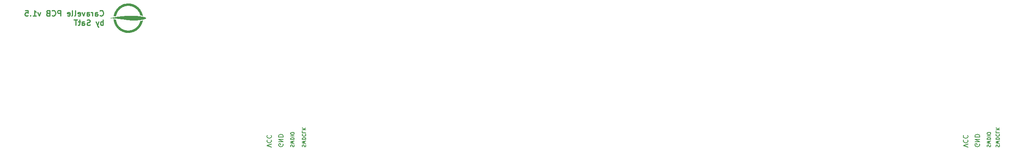
<source format=gbo>
G04 #@! TF.GenerationSoftware,KiCad,Pcbnew,(5.1.4)-1*
G04 #@! TF.CreationDate,2019-08-26T21:43:53+09:00*
G04 #@! TF.ProjectId,caravelle,63617261-7665-46c6-9c65-2e6b69636164,rev?*
G04 #@! TF.SameCoordinates,PX2faf080PY2faf080*
G04 #@! TF.FileFunction,Legend,Bot*
G04 #@! TF.FilePolarity,Positive*
%FSLAX46Y46*%
G04 Gerber Fmt 4.6, Leading zero omitted, Abs format (unit mm)*
G04 Created by KiCad (PCBNEW (5.1.4)-1) date 2019-08-26 21:43:53*
%MOMM*%
%LPD*%
G04 APERTURE LIST*
%ADD10C,0.250000*%
%ADD11C,0.150000*%
%ADD12C,0.010000*%
%ADD13O,2.150000X1.600000*%
%ADD14C,0.100000*%
%ADD15C,1.600000*%
%ADD16C,1.187400*%
%ADD17R,2.100000X2.100000*%
%ADD18O,2.100000X2.100000*%
%ADD19C,2.100000*%
%ADD20C,2.150000*%
%ADD21C,2.650000*%
%ADD22C,4.387800*%
G04 APERTURE END LIST*
D10*
X22166071Y-26003571D02*
X22223214Y-26060714D01*
X22394642Y-26117857D01*
X22508928Y-26117857D01*
X22680357Y-26060714D01*
X22794642Y-25946428D01*
X22851785Y-25832142D01*
X22908928Y-25603571D01*
X22908928Y-25432142D01*
X22851785Y-25203571D01*
X22794642Y-25089285D01*
X22680357Y-24975000D01*
X22508928Y-24917857D01*
X22394642Y-24917857D01*
X22223214Y-24975000D01*
X22166071Y-25032142D01*
X21137500Y-26117857D02*
X21137500Y-25489285D01*
X21194642Y-25375000D01*
X21308928Y-25317857D01*
X21537500Y-25317857D01*
X21651785Y-25375000D01*
X21137500Y-26060714D02*
X21251785Y-26117857D01*
X21537500Y-26117857D01*
X21651785Y-26060714D01*
X21708928Y-25946428D01*
X21708928Y-25832142D01*
X21651785Y-25717857D01*
X21537500Y-25660714D01*
X21251785Y-25660714D01*
X21137500Y-25603571D01*
X20566071Y-26117857D02*
X20566071Y-25317857D01*
X20566071Y-25546428D02*
X20508928Y-25432142D01*
X20451785Y-25375000D01*
X20337500Y-25317857D01*
X20223214Y-25317857D01*
X19308928Y-26117857D02*
X19308928Y-25489285D01*
X19366071Y-25375000D01*
X19480357Y-25317857D01*
X19708928Y-25317857D01*
X19823214Y-25375000D01*
X19308928Y-26060714D02*
X19423214Y-26117857D01*
X19708928Y-26117857D01*
X19823214Y-26060714D01*
X19880357Y-25946428D01*
X19880357Y-25832142D01*
X19823214Y-25717857D01*
X19708928Y-25660714D01*
X19423214Y-25660714D01*
X19308928Y-25603571D01*
X18851785Y-25317857D02*
X18566071Y-26117857D01*
X18280357Y-25317857D01*
X17366071Y-26060714D02*
X17480357Y-26117857D01*
X17708928Y-26117857D01*
X17823214Y-26060714D01*
X17880357Y-25946428D01*
X17880357Y-25489285D01*
X17823214Y-25375000D01*
X17708928Y-25317857D01*
X17480357Y-25317857D01*
X17366071Y-25375000D01*
X17308928Y-25489285D01*
X17308928Y-25603571D01*
X17880357Y-25717857D01*
X16623214Y-26117857D02*
X16737500Y-26060714D01*
X16794642Y-25946428D01*
X16794642Y-24917857D01*
X15994642Y-26117857D02*
X16108928Y-26060714D01*
X16166071Y-25946428D01*
X16166071Y-24917857D01*
X15080357Y-26060714D02*
X15194642Y-26117857D01*
X15423214Y-26117857D01*
X15537500Y-26060714D01*
X15594642Y-25946428D01*
X15594642Y-25489285D01*
X15537500Y-25375000D01*
X15423214Y-25317857D01*
X15194642Y-25317857D01*
X15080357Y-25375000D01*
X15023214Y-25489285D01*
X15023214Y-25603571D01*
X15594642Y-25717857D01*
X13594642Y-26117857D02*
X13594642Y-24917857D01*
X13137500Y-24917857D01*
X13023214Y-24975000D01*
X12966071Y-25032142D01*
X12908928Y-25146428D01*
X12908928Y-25317857D01*
X12966071Y-25432142D01*
X13023214Y-25489285D01*
X13137500Y-25546428D01*
X13594642Y-25546428D01*
X11708928Y-26003571D02*
X11766071Y-26060714D01*
X11937500Y-26117857D01*
X12051785Y-26117857D01*
X12223214Y-26060714D01*
X12337500Y-25946428D01*
X12394642Y-25832142D01*
X12451785Y-25603571D01*
X12451785Y-25432142D01*
X12394642Y-25203571D01*
X12337500Y-25089285D01*
X12223214Y-24975000D01*
X12051785Y-24917857D01*
X11937500Y-24917857D01*
X11766071Y-24975000D01*
X11708928Y-25032142D01*
X10794642Y-25489285D02*
X10623214Y-25546428D01*
X10566071Y-25603571D01*
X10508928Y-25717857D01*
X10508928Y-25889285D01*
X10566071Y-26003571D01*
X10623214Y-26060714D01*
X10737500Y-26117857D01*
X11194642Y-26117857D01*
X11194642Y-24917857D01*
X10794642Y-24917857D01*
X10680357Y-24975000D01*
X10623214Y-25032142D01*
X10566071Y-25146428D01*
X10566071Y-25260714D01*
X10623214Y-25375000D01*
X10680357Y-25432142D01*
X10794642Y-25489285D01*
X11194642Y-25489285D01*
X9194642Y-25317857D02*
X8908928Y-26117857D01*
X8623214Y-25317857D01*
X7537500Y-26117857D02*
X8223214Y-26117857D01*
X7880357Y-26117857D02*
X7880357Y-24917857D01*
X7994642Y-25089285D01*
X8108928Y-25203571D01*
X8223214Y-25260714D01*
X7023214Y-26003571D02*
X6966071Y-26060714D01*
X7023214Y-26117857D01*
X7080357Y-26060714D01*
X7023214Y-26003571D01*
X7023214Y-26117857D01*
X5880357Y-24917857D02*
X6451785Y-24917857D01*
X6508928Y-25489285D01*
X6451785Y-25432142D01*
X6337500Y-25375000D01*
X6051785Y-25375000D01*
X5937500Y-25432142D01*
X5880357Y-25489285D01*
X5823214Y-25603571D01*
X5823214Y-25889285D01*
X5880357Y-26003571D01*
X5937500Y-26060714D01*
X6051785Y-26117857D01*
X6337500Y-26117857D01*
X6451785Y-26060714D01*
X6508928Y-26003571D01*
X22851785Y-28167857D02*
X22851785Y-26967857D01*
X22851785Y-27425000D02*
X22737500Y-27367857D01*
X22508928Y-27367857D01*
X22394642Y-27425000D01*
X22337500Y-27482142D01*
X22280357Y-27596428D01*
X22280357Y-27939285D01*
X22337500Y-28053571D01*
X22394642Y-28110714D01*
X22508928Y-28167857D01*
X22737500Y-28167857D01*
X22851785Y-28110714D01*
X21880357Y-27367857D02*
X21594642Y-28167857D01*
X21308928Y-27367857D02*
X21594642Y-28167857D01*
X21708928Y-28453571D01*
X21766071Y-28510714D01*
X21880357Y-28567857D01*
X19994642Y-28110714D02*
X19823214Y-28167857D01*
X19537500Y-28167857D01*
X19423214Y-28110714D01*
X19366071Y-28053571D01*
X19308928Y-27939285D01*
X19308928Y-27825000D01*
X19366071Y-27710714D01*
X19423214Y-27653571D01*
X19537500Y-27596428D01*
X19766071Y-27539285D01*
X19880357Y-27482142D01*
X19937500Y-27425000D01*
X19994642Y-27310714D01*
X19994642Y-27196428D01*
X19937500Y-27082142D01*
X19880357Y-27025000D01*
X19766071Y-26967857D01*
X19480357Y-26967857D01*
X19308928Y-27025000D01*
X18280357Y-28167857D02*
X18280357Y-27539285D01*
X18337500Y-27425000D01*
X18451785Y-27367857D01*
X18680357Y-27367857D01*
X18794642Y-27425000D01*
X18280357Y-28110714D02*
X18394642Y-28167857D01*
X18680357Y-28167857D01*
X18794642Y-28110714D01*
X18851785Y-27996428D01*
X18851785Y-27882142D01*
X18794642Y-27767857D01*
X18680357Y-27710714D01*
X18394642Y-27710714D01*
X18280357Y-27653571D01*
X17880357Y-27367857D02*
X17423214Y-27367857D01*
X17708928Y-26967857D02*
X17708928Y-27996428D01*
X17651785Y-28110714D01*
X17537500Y-28167857D01*
X17423214Y-28167857D01*
X17194642Y-26967857D02*
X16508928Y-26967857D01*
X16851785Y-28167857D02*
X16851785Y-26967857D01*
D11*
X217496428Y-54759642D02*
X217460714Y-54652500D01*
X217460714Y-54473928D01*
X217496428Y-54402500D01*
X217532142Y-54366785D01*
X217603571Y-54331071D01*
X217675000Y-54331071D01*
X217746428Y-54366785D01*
X217782142Y-54402500D01*
X217817857Y-54473928D01*
X217853571Y-54616785D01*
X217889285Y-54688214D01*
X217925000Y-54723928D01*
X217996428Y-54759642D01*
X218067857Y-54759642D01*
X218139285Y-54723928D01*
X218175000Y-54688214D01*
X218210714Y-54616785D01*
X218210714Y-54438214D01*
X218175000Y-54331071D01*
X218210714Y-54081071D02*
X217460714Y-53902500D01*
X217996428Y-53759642D01*
X217460714Y-53616785D01*
X218210714Y-53438214D01*
X217460714Y-53152500D02*
X218210714Y-53152500D01*
X218210714Y-52973928D01*
X218175000Y-52866785D01*
X218103571Y-52795357D01*
X218032142Y-52759642D01*
X217889285Y-52723928D01*
X217782142Y-52723928D01*
X217639285Y-52759642D01*
X217567857Y-52795357D01*
X217496428Y-52866785D01*
X217460714Y-52973928D01*
X217460714Y-53152500D01*
X217532142Y-51973928D02*
X217496428Y-52009642D01*
X217460714Y-52116785D01*
X217460714Y-52188214D01*
X217496428Y-52295357D01*
X217567857Y-52366785D01*
X217639285Y-52402500D01*
X217782142Y-52438214D01*
X217889285Y-52438214D01*
X218032142Y-52402500D01*
X218103571Y-52366785D01*
X218175000Y-52295357D01*
X218210714Y-52188214D01*
X218210714Y-52116785D01*
X218175000Y-52009642D01*
X218139285Y-51973928D01*
X217460714Y-51295357D02*
X217460714Y-51652500D01*
X218210714Y-51652500D01*
X217460714Y-51045357D02*
X218210714Y-51045357D01*
X217460714Y-50616785D02*
X217889285Y-50938214D01*
X218210714Y-50616785D02*
X217782142Y-51045357D01*
X215576428Y-54759642D02*
X215540714Y-54652500D01*
X215540714Y-54473928D01*
X215576428Y-54402500D01*
X215612142Y-54366785D01*
X215683571Y-54331071D01*
X215755000Y-54331071D01*
X215826428Y-54366785D01*
X215862142Y-54402500D01*
X215897857Y-54473928D01*
X215933571Y-54616785D01*
X215969285Y-54688214D01*
X216005000Y-54723928D01*
X216076428Y-54759642D01*
X216147857Y-54759642D01*
X216219285Y-54723928D01*
X216255000Y-54688214D01*
X216290714Y-54616785D01*
X216290714Y-54438214D01*
X216255000Y-54331071D01*
X216290714Y-54081071D02*
X215540714Y-53902500D01*
X216076428Y-53759642D01*
X215540714Y-53616785D01*
X216290714Y-53438214D01*
X215540714Y-53152500D02*
X216290714Y-53152500D01*
X216290714Y-52973928D01*
X216255000Y-52866785D01*
X216183571Y-52795357D01*
X216112142Y-52759642D01*
X215969285Y-52723928D01*
X215862142Y-52723928D01*
X215719285Y-52759642D01*
X215647857Y-52795357D01*
X215576428Y-52866785D01*
X215540714Y-52973928D01*
X215540714Y-53152500D01*
X215540714Y-52402500D02*
X216290714Y-52402500D01*
X216290714Y-51902500D02*
X216290714Y-51759642D01*
X216255000Y-51688214D01*
X216183571Y-51616785D01*
X216040714Y-51581071D01*
X215790714Y-51581071D01*
X215647857Y-51616785D01*
X215576428Y-51688214D01*
X215540714Y-51759642D01*
X215540714Y-51902500D01*
X215576428Y-51973928D01*
X215647857Y-52045357D01*
X215790714Y-52081071D01*
X216040714Y-52081071D01*
X216183571Y-52045357D01*
X216255000Y-51973928D01*
X216290714Y-51902500D01*
X213840000Y-54140595D02*
X213887619Y-54235833D01*
X213887619Y-54378690D01*
X213840000Y-54521547D01*
X213744761Y-54616785D01*
X213649523Y-54664404D01*
X213459047Y-54712023D01*
X213316190Y-54712023D01*
X213125714Y-54664404D01*
X213030476Y-54616785D01*
X212935238Y-54521547D01*
X212887619Y-54378690D01*
X212887619Y-54283452D01*
X212935238Y-54140595D01*
X212982857Y-54092976D01*
X213316190Y-54092976D01*
X213316190Y-54283452D01*
X212887619Y-53664404D02*
X213887619Y-53664404D01*
X212887619Y-53092976D01*
X213887619Y-53092976D01*
X212887619Y-52616785D02*
X213887619Y-52616785D01*
X213887619Y-52378690D01*
X213840000Y-52235833D01*
X213744761Y-52140595D01*
X213649523Y-52092976D01*
X213459047Y-52045357D01*
X213316190Y-52045357D01*
X213125714Y-52092976D01*
X213030476Y-52140595D01*
X212935238Y-52235833D01*
X212887619Y-52378690D01*
X212887619Y-52616785D01*
X211347619Y-54807261D02*
X210347619Y-54473928D01*
X211347619Y-54140595D01*
X210442857Y-53235833D02*
X210395238Y-53283452D01*
X210347619Y-53426309D01*
X210347619Y-53521547D01*
X210395238Y-53664404D01*
X210490476Y-53759642D01*
X210585714Y-53807261D01*
X210776190Y-53854880D01*
X210919047Y-53854880D01*
X211109523Y-53807261D01*
X211204761Y-53759642D01*
X211300000Y-53664404D01*
X211347619Y-53521547D01*
X211347619Y-53426309D01*
X211300000Y-53283452D01*
X211252380Y-53235833D01*
X210442857Y-52235833D02*
X210395238Y-52283452D01*
X210347619Y-52426309D01*
X210347619Y-52521547D01*
X210395238Y-52664404D01*
X210490476Y-52759642D01*
X210585714Y-52807261D01*
X210776190Y-52854880D01*
X210919047Y-52854880D01*
X211109523Y-52807261D01*
X211204761Y-52759642D01*
X211300000Y-52664404D01*
X211347619Y-52521547D01*
X211347619Y-52426309D01*
X211300000Y-52283452D01*
X211252380Y-52235833D01*
X66316428Y-54759642D02*
X66280714Y-54652500D01*
X66280714Y-54473928D01*
X66316428Y-54402500D01*
X66352142Y-54366785D01*
X66423571Y-54331071D01*
X66495000Y-54331071D01*
X66566428Y-54366785D01*
X66602142Y-54402500D01*
X66637857Y-54473928D01*
X66673571Y-54616785D01*
X66709285Y-54688214D01*
X66745000Y-54723928D01*
X66816428Y-54759642D01*
X66887857Y-54759642D01*
X66959285Y-54723928D01*
X66995000Y-54688214D01*
X67030714Y-54616785D01*
X67030714Y-54438214D01*
X66995000Y-54331071D01*
X67030714Y-54081071D02*
X66280714Y-53902500D01*
X66816428Y-53759642D01*
X66280714Y-53616785D01*
X67030714Y-53438214D01*
X66280714Y-53152500D02*
X67030714Y-53152500D01*
X67030714Y-52973928D01*
X66995000Y-52866785D01*
X66923571Y-52795357D01*
X66852142Y-52759642D01*
X66709285Y-52723928D01*
X66602142Y-52723928D01*
X66459285Y-52759642D01*
X66387857Y-52795357D01*
X66316428Y-52866785D01*
X66280714Y-52973928D01*
X66280714Y-53152500D01*
X66352142Y-51973928D02*
X66316428Y-52009642D01*
X66280714Y-52116785D01*
X66280714Y-52188214D01*
X66316428Y-52295357D01*
X66387857Y-52366785D01*
X66459285Y-52402500D01*
X66602142Y-52438214D01*
X66709285Y-52438214D01*
X66852142Y-52402500D01*
X66923571Y-52366785D01*
X66995000Y-52295357D01*
X67030714Y-52188214D01*
X67030714Y-52116785D01*
X66995000Y-52009642D01*
X66959285Y-51973928D01*
X66280714Y-51295357D02*
X66280714Y-51652500D01*
X67030714Y-51652500D01*
X66280714Y-51045357D02*
X67030714Y-51045357D01*
X66280714Y-50616785D02*
X66709285Y-50938214D01*
X67030714Y-50616785D02*
X66602142Y-51045357D01*
X63776428Y-54759642D02*
X63740714Y-54652500D01*
X63740714Y-54473928D01*
X63776428Y-54402500D01*
X63812142Y-54366785D01*
X63883571Y-54331071D01*
X63955000Y-54331071D01*
X64026428Y-54366785D01*
X64062142Y-54402500D01*
X64097857Y-54473928D01*
X64133571Y-54616785D01*
X64169285Y-54688214D01*
X64205000Y-54723928D01*
X64276428Y-54759642D01*
X64347857Y-54759642D01*
X64419285Y-54723928D01*
X64455000Y-54688214D01*
X64490714Y-54616785D01*
X64490714Y-54438214D01*
X64455000Y-54331071D01*
X64490714Y-54081071D02*
X63740714Y-53902500D01*
X64276428Y-53759642D01*
X63740714Y-53616785D01*
X64490714Y-53438214D01*
X63740714Y-53152500D02*
X64490714Y-53152500D01*
X64490714Y-52973928D01*
X64455000Y-52866785D01*
X64383571Y-52795357D01*
X64312142Y-52759642D01*
X64169285Y-52723928D01*
X64062142Y-52723928D01*
X63919285Y-52759642D01*
X63847857Y-52795357D01*
X63776428Y-52866785D01*
X63740714Y-52973928D01*
X63740714Y-53152500D01*
X63740714Y-52402500D02*
X64490714Y-52402500D01*
X64490714Y-51902500D02*
X64490714Y-51759642D01*
X64455000Y-51688214D01*
X64383571Y-51616785D01*
X64240714Y-51581071D01*
X63990714Y-51581071D01*
X63847857Y-51616785D01*
X63776428Y-51688214D01*
X63740714Y-51759642D01*
X63740714Y-51902500D01*
X63776428Y-51973928D01*
X63847857Y-52045357D01*
X63990714Y-52081071D01*
X64240714Y-52081071D01*
X64383571Y-52045357D01*
X64455000Y-51973928D01*
X64490714Y-51902500D01*
X62040000Y-54140595D02*
X62087619Y-54235833D01*
X62087619Y-54378690D01*
X62040000Y-54521547D01*
X61944761Y-54616785D01*
X61849523Y-54664404D01*
X61659047Y-54712023D01*
X61516190Y-54712023D01*
X61325714Y-54664404D01*
X61230476Y-54616785D01*
X61135238Y-54521547D01*
X61087619Y-54378690D01*
X61087619Y-54283452D01*
X61135238Y-54140595D01*
X61182857Y-54092976D01*
X61516190Y-54092976D01*
X61516190Y-54283452D01*
X61087619Y-53664404D02*
X62087619Y-53664404D01*
X61087619Y-53092976D01*
X62087619Y-53092976D01*
X61087619Y-52616785D02*
X62087619Y-52616785D01*
X62087619Y-52378690D01*
X62040000Y-52235833D01*
X61944761Y-52140595D01*
X61849523Y-52092976D01*
X61659047Y-52045357D01*
X61516190Y-52045357D01*
X61325714Y-52092976D01*
X61230476Y-52140595D01*
X61135238Y-52235833D01*
X61087619Y-52378690D01*
X61087619Y-52616785D01*
X59547619Y-54807261D02*
X58547619Y-54473928D01*
X59547619Y-54140595D01*
X58642857Y-53235833D02*
X58595238Y-53283452D01*
X58547619Y-53426309D01*
X58547619Y-53521547D01*
X58595238Y-53664404D01*
X58690476Y-53759642D01*
X58785714Y-53807261D01*
X58976190Y-53854880D01*
X59119047Y-53854880D01*
X59309523Y-53807261D01*
X59404761Y-53759642D01*
X59500000Y-53664404D01*
X59547619Y-53521547D01*
X59547619Y-53426309D01*
X59500000Y-53283452D01*
X59452380Y-53235833D01*
X58642857Y-52235833D02*
X58595238Y-52283452D01*
X58547619Y-52426309D01*
X58547619Y-52521547D01*
X58595238Y-52664404D01*
X58690476Y-52759642D01*
X58785714Y-52807261D01*
X58976190Y-52854880D01*
X59119047Y-52854880D01*
X59309523Y-52807261D01*
X59404761Y-52759642D01*
X59500000Y-52664404D01*
X59547619Y-52521547D01*
X59547619Y-52426309D01*
X59500000Y-52283452D01*
X59452380Y-52235833D01*
D12*
G36*
X27704335Y-23472714D02*
G01*
X27389143Y-23532492D01*
X27082703Y-23659356D01*
X26987134Y-23699087D01*
X26910585Y-23731744D01*
X26847567Y-23760309D01*
X26792586Y-23787763D01*
X26740150Y-23817087D01*
X26684769Y-23851261D01*
X26620951Y-23893267D01*
X26543202Y-23946085D01*
X26500321Y-23975469D01*
X26413877Y-24034973D01*
X26344747Y-24083580D01*
X26288118Y-24125399D01*
X26239176Y-24164539D01*
X26193107Y-24205110D01*
X26145099Y-24251222D01*
X26090338Y-24306983D01*
X26024010Y-24376505D01*
X25996228Y-24405846D01*
X25924361Y-24482092D01*
X25867025Y-24544208D01*
X25820313Y-24597293D01*
X25780320Y-24646445D01*
X25743138Y-24696763D01*
X25704861Y-24753346D01*
X25661582Y-24821292D01*
X25609395Y-24905700D01*
X25593922Y-24930913D01*
X25540420Y-25018354D01*
X25498057Y-25088887D01*
X25464233Y-25147981D01*
X25436349Y-25201105D01*
X25411807Y-25253729D01*
X25388008Y-25311322D01*
X25362353Y-25379354D01*
X25332243Y-25463295D01*
X25307029Y-25534715D01*
X25274306Y-25629927D01*
X25243443Y-25724135D01*
X25216038Y-25812121D01*
X25193688Y-25888667D01*
X25177990Y-25948554D01*
X25172322Y-25974895D01*
X25161681Y-26032104D01*
X25152023Y-26082151D01*
X25144892Y-26117103D01*
X25143042Y-26125290D01*
X25140972Y-26138357D01*
X25144256Y-26147365D01*
X25156139Y-26152292D01*
X25179864Y-26153115D01*
X25218676Y-26149814D01*
X25275818Y-26142365D01*
X25354534Y-26130748D01*
X25401880Y-26123540D01*
X25469847Y-26112785D01*
X25527791Y-26102923D01*
X25570859Y-26094833D01*
X25594199Y-26089395D01*
X25596901Y-26088191D01*
X25602045Y-26074007D01*
X25613383Y-26038015D01*
X25629739Y-25984107D01*
X25649936Y-25916174D01*
X25672798Y-25838108D01*
X25679658Y-25814474D01*
X25706405Y-25723218D01*
X25729009Y-25650221D01*
X25750141Y-25589005D01*
X25772473Y-25533092D01*
X25798673Y-25476004D01*
X25831413Y-25411263D01*
X25873363Y-25332390D01*
X25894579Y-25293106D01*
X25943308Y-25203971D01*
X25984101Y-25132399D01*
X26021214Y-25072156D01*
X26058904Y-25017009D01*
X26101429Y-24960726D01*
X26153043Y-24897074D01*
X26216995Y-24821011D01*
X26282767Y-24744154D01*
X26337323Y-24682752D01*
X26386188Y-24631533D01*
X26434887Y-24585225D01*
X26488944Y-24538558D01*
X26553884Y-24486258D01*
X26629064Y-24427808D01*
X26709116Y-24366611D01*
X26774784Y-24318208D01*
X26832496Y-24278635D01*
X26888679Y-24243926D01*
X26949758Y-24210116D01*
X27022162Y-24173240D01*
X27112318Y-24129333D01*
X27114688Y-24128191D01*
X27202683Y-24086091D01*
X27273324Y-24053465D01*
X27333232Y-24027954D01*
X27389028Y-24007196D01*
X27447333Y-23988830D01*
X27514767Y-23970495D01*
X27597950Y-23949830D01*
X27650051Y-23937278D01*
X27742282Y-23915310D01*
X27815475Y-23898680D01*
X27876273Y-23886497D01*
X27931317Y-23877869D01*
X27987249Y-23871906D01*
X28050710Y-23867715D01*
X28128342Y-23864405D01*
X28214752Y-23861477D01*
X28502597Y-23852079D01*
X28775746Y-23901718D01*
X28868780Y-23918900D01*
X28943241Y-23933752D01*
X29005814Y-23948229D01*
X29063182Y-23964287D01*
X29122030Y-23983881D01*
X29189041Y-24008967D01*
X29270902Y-24041501D01*
X29316263Y-24059863D01*
X29407217Y-24097123D01*
X29480064Y-24128275D01*
X29541048Y-24156672D01*
X29596414Y-24185665D01*
X29652408Y-24218609D01*
X29715275Y-24258856D01*
X29791260Y-24309758D01*
X29827059Y-24334080D01*
X29910727Y-24391496D01*
X29977559Y-24438986D01*
X30033100Y-24481252D01*
X30082895Y-24522995D01*
X30132490Y-24568917D01*
X30187428Y-24623720D01*
X30253257Y-24692104D01*
X30269611Y-24709290D01*
X30339165Y-24783086D01*
X30394449Y-24843861D01*
X30440036Y-24897560D01*
X30480497Y-24950131D01*
X30520407Y-25007519D01*
X30564337Y-25075673D01*
X30616861Y-25160537D01*
X30617837Y-25162129D01*
X30668932Y-25246146D01*
X30708948Y-25314313D01*
X30740988Y-25373169D01*
X30768158Y-25429252D01*
X30793563Y-25489101D01*
X30820308Y-25559253D01*
X30851498Y-25646246D01*
X30862258Y-25676814D01*
X30890794Y-25757330D01*
X30916788Y-25829329D01*
X30938816Y-25888972D01*
X30955453Y-25932419D01*
X30965274Y-25955833D01*
X30966872Y-25958626D01*
X30982639Y-25963460D01*
X31019397Y-25969801D01*
X31071693Y-25977067D01*
X31134073Y-25984680D01*
X31201084Y-25992060D01*
X31267273Y-25998627D01*
X31327184Y-26003801D01*
X31375364Y-26007003D01*
X31406361Y-26007653D01*
X31414940Y-26006253D01*
X31413292Y-25991984D01*
X31404849Y-25955682D01*
X31390562Y-25900903D01*
X31371380Y-25831205D01*
X31348252Y-25750143D01*
X31328814Y-25683772D01*
X31299539Y-25585334D01*
X31275393Y-25506651D01*
X31253997Y-25441967D01*
X31232974Y-25385524D01*
X31209943Y-25331568D01*
X31182528Y-25274342D01*
X31148349Y-25208091D01*
X31105029Y-25127057D01*
X31078365Y-25077658D01*
X31028966Y-24986585D01*
X30988449Y-24913622D01*
X30953247Y-24853569D01*
X30919796Y-24801230D01*
X30884530Y-24751406D01*
X30843885Y-24698898D01*
X30794295Y-24638510D01*
X30732195Y-24565043D01*
X30704371Y-24532375D01*
X30635905Y-24452354D01*
X30580009Y-24388379D01*
X30532046Y-24336033D01*
X30487375Y-24290901D01*
X30441356Y-24248567D01*
X30389352Y-24204614D01*
X30326721Y-24154628D01*
X30248826Y-24094192D01*
X30223590Y-24074751D01*
X30140967Y-24011341D01*
X30074068Y-23960993D01*
X30017531Y-23920417D01*
X29965993Y-23886317D01*
X29914091Y-23855403D01*
X29856464Y-23824382D01*
X29787749Y-23789960D01*
X29702584Y-23748845D01*
X29658577Y-23727813D01*
X29357468Y-23584052D01*
X28714684Y-23429140D01*
X28367105Y-23421038D01*
X28019526Y-23412935D01*
X27704335Y-23472714D01*
X27704335Y-23472714D01*
G37*
X27704335Y-23472714D02*
X27389143Y-23532492D01*
X27082703Y-23659356D01*
X26987134Y-23699087D01*
X26910585Y-23731744D01*
X26847567Y-23760309D01*
X26792586Y-23787763D01*
X26740150Y-23817087D01*
X26684769Y-23851261D01*
X26620951Y-23893267D01*
X26543202Y-23946085D01*
X26500321Y-23975469D01*
X26413877Y-24034973D01*
X26344747Y-24083580D01*
X26288118Y-24125399D01*
X26239176Y-24164539D01*
X26193107Y-24205110D01*
X26145099Y-24251222D01*
X26090338Y-24306983D01*
X26024010Y-24376505D01*
X25996228Y-24405846D01*
X25924361Y-24482092D01*
X25867025Y-24544208D01*
X25820313Y-24597293D01*
X25780320Y-24646445D01*
X25743138Y-24696763D01*
X25704861Y-24753346D01*
X25661582Y-24821292D01*
X25609395Y-24905700D01*
X25593922Y-24930913D01*
X25540420Y-25018354D01*
X25498057Y-25088887D01*
X25464233Y-25147981D01*
X25436349Y-25201105D01*
X25411807Y-25253729D01*
X25388008Y-25311322D01*
X25362353Y-25379354D01*
X25332243Y-25463295D01*
X25307029Y-25534715D01*
X25274306Y-25629927D01*
X25243443Y-25724135D01*
X25216038Y-25812121D01*
X25193688Y-25888667D01*
X25177990Y-25948554D01*
X25172322Y-25974895D01*
X25161681Y-26032104D01*
X25152023Y-26082151D01*
X25144892Y-26117103D01*
X25143042Y-26125290D01*
X25140972Y-26138357D01*
X25144256Y-26147365D01*
X25156139Y-26152292D01*
X25179864Y-26153115D01*
X25218676Y-26149814D01*
X25275818Y-26142365D01*
X25354534Y-26130748D01*
X25401880Y-26123540D01*
X25469847Y-26112785D01*
X25527791Y-26102923D01*
X25570859Y-26094833D01*
X25594199Y-26089395D01*
X25596901Y-26088191D01*
X25602045Y-26074007D01*
X25613383Y-26038015D01*
X25629739Y-25984107D01*
X25649936Y-25916174D01*
X25672798Y-25838108D01*
X25679658Y-25814474D01*
X25706405Y-25723218D01*
X25729009Y-25650221D01*
X25750141Y-25589005D01*
X25772473Y-25533092D01*
X25798673Y-25476004D01*
X25831413Y-25411263D01*
X25873363Y-25332390D01*
X25894579Y-25293106D01*
X25943308Y-25203971D01*
X25984101Y-25132399D01*
X26021214Y-25072156D01*
X26058904Y-25017009D01*
X26101429Y-24960726D01*
X26153043Y-24897074D01*
X26216995Y-24821011D01*
X26282767Y-24744154D01*
X26337323Y-24682752D01*
X26386188Y-24631533D01*
X26434887Y-24585225D01*
X26488944Y-24538558D01*
X26553884Y-24486258D01*
X26629064Y-24427808D01*
X26709116Y-24366611D01*
X26774784Y-24318208D01*
X26832496Y-24278635D01*
X26888679Y-24243926D01*
X26949758Y-24210116D01*
X27022162Y-24173240D01*
X27112318Y-24129333D01*
X27114688Y-24128191D01*
X27202683Y-24086091D01*
X27273324Y-24053465D01*
X27333232Y-24027954D01*
X27389028Y-24007196D01*
X27447333Y-23988830D01*
X27514767Y-23970495D01*
X27597950Y-23949830D01*
X27650051Y-23937278D01*
X27742282Y-23915310D01*
X27815475Y-23898680D01*
X27876273Y-23886497D01*
X27931317Y-23877869D01*
X27987249Y-23871906D01*
X28050710Y-23867715D01*
X28128342Y-23864405D01*
X28214752Y-23861477D01*
X28502597Y-23852079D01*
X28775746Y-23901718D01*
X28868780Y-23918900D01*
X28943241Y-23933752D01*
X29005814Y-23948229D01*
X29063182Y-23964287D01*
X29122030Y-23983881D01*
X29189041Y-24008967D01*
X29270902Y-24041501D01*
X29316263Y-24059863D01*
X29407217Y-24097123D01*
X29480064Y-24128275D01*
X29541048Y-24156672D01*
X29596414Y-24185665D01*
X29652408Y-24218609D01*
X29715275Y-24258856D01*
X29791260Y-24309758D01*
X29827059Y-24334080D01*
X29910727Y-24391496D01*
X29977559Y-24438986D01*
X30033100Y-24481252D01*
X30082895Y-24522995D01*
X30132490Y-24568917D01*
X30187428Y-24623720D01*
X30253257Y-24692104D01*
X30269611Y-24709290D01*
X30339165Y-24783086D01*
X30394449Y-24843861D01*
X30440036Y-24897560D01*
X30480497Y-24950131D01*
X30520407Y-25007519D01*
X30564337Y-25075673D01*
X30616861Y-25160537D01*
X30617837Y-25162129D01*
X30668932Y-25246146D01*
X30708948Y-25314313D01*
X30740988Y-25373169D01*
X30768158Y-25429252D01*
X30793563Y-25489101D01*
X30820308Y-25559253D01*
X30851498Y-25646246D01*
X30862258Y-25676814D01*
X30890794Y-25757330D01*
X30916788Y-25829329D01*
X30938816Y-25888972D01*
X30955453Y-25932419D01*
X30965274Y-25955833D01*
X30966872Y-25958626D01*
X30982639Y-25963460D01*
X31019397Y-25969801D01*
X31071693Y-25977067D01*
X31134073Y-25984680D01*
X31201084Y-25992060D01*
X31267273Y-25998627D01*
X31327184Y-26003801D01*
X31375364Y-26007003D01*
X31406361Y-26007653D01*
X31414940Y-26006253D01*
X31413292Y-25991984D01*
X31404849Y-25955682D01*
X31390562Y-25900903D01*
X31371380Y-25831205D01*
X31348252Y-25750143D01*
X31328814Y-25683772D01*
X31299539Y-25585334D01*
X31275393Y-25506651D01*
X31253997Y-25441967D01*
X31232974Y-25385524D01*
X31209943Y-25331568D01*
X31182528Y-25274342D01*
X31148349Y-25208091D01*
X31105029Y-25127057D01*
X31078365Y-25077658D01*
X31028966Y-24986585D01*
X30988449Y-24913622D01*
X30953247Y-24853569D01*
X30919796Y-24801230D01*
X30884530Y-24751406D01*
X30843885Y-24698898D01*
X30794295Y-24638510D01*
X30732195Y-24565043D01*
X30704371Y-24532375D01*
X30635905Y-24452354D01*
X30580009Y-24388379D01*
X30532046Y-24336033D01*
X30487375Y-24290901D01*
X30441356Y-24248567D01*
X30389352Y-24204614D01*
X30326721Y-24154628D01*
X30248826Y-24094192D01*
X30223590Y-24074751D01*
X30140967Y-24011341D01*
X30074068Y-23960993D01*
X30017531Y-23920417D01*
X29965993Y-23886317D01*
X29914091Y-23855403D01*
X29856464Y-23824382D01*
X29787749Y-23789960D01*
X29702584Y-23748845D01*
X29658577Y-23727813D01*
X29357468Y-23584052D01*
X28714684Y-23429140D01*
X28367105Y-23421038D01*
X28019526Y-23412935D01*
X27704335Y-23472714D01*
G36*
X28507473Y-26106634D02*
G01*
X28201897Y-26114093D01*
X27906736Y-26125858D01*
X27616589Y-26142364D01*
X27326051Y-26164047D01*
X27029719Y-26191345D01*
X26722189Y-26224693D01*
X26398058Y-26264528D01*
X26161315Y-26296105D01*
X26046957Y-26312257D01*
X25921295Y-26330826D01*
X25787034Y-26351351D01*
X25646878Y-26373368D01*
X25503532Y-26396416D01*
X25359699Y-26420033D01*
X25218086Y-26443757D01*
X25081396Y-26467125D01*
X24952333Y-26489676D01*
X24833602Y-26510947D01*
X24727908Y-26530476D01*
X24637955Y-26547801D01*
X24566448Y-26562460D01*
X24516091Y-26573990D01*
X24490263Y-26581643D01*
X24493014Y-26585141D01*
X24518794Y-26587292D01*
X24563924Y-26587996D01*
X24624725Y-26587155D01*
X24658112Y-26586183D01*
X24770418Y-26583806D01*
X24888743Y-26584158D01*
X25014711Y-26587397D01*
X25149942Y-26593684D01*
X25296060Y-26603176D01*
X25454686Y-26616033D01*
X25627442Y-26632414D01*
X25815952Y-26652477D01*
X26021837Y-26676382D01*
X26246719Y-26704288D01*
X26492221Y-26736354D01*
X26759964Y-26772738D01*
X27051572Y-26813599D01*
X27210737Y-26836319D01*
X27441691Y-26869176D01*
X27649067Y-26898025D01*
X27835667Y-26923210D01*
X28004293Y-26945075D01*
X28157746Y-26963965D01*
X28298829Y-26980223D01*
X28430344Y-26994193D01*
X28555092Y-27006219D01*
X28675876Y-27016644D01*
X28687037Y-27017547D01*
X28781069Y-27023939D01*
X28894457Y-27029756D01*
X29021571Y-27034866D01*
X29156779Y-27039139D01*
X29294451Y-27042443D01*
X29428956Y-27044646D01*
X29554664Y-27045617D01*
X29665943Y-27045225D01*
X29757164Y-27043338D01*
X29770789Y-27042838D01*
X30017049Y-27031000D01*
X30258983Y-27015375D01*
X30494539Y-26996264D01*
X30721664Y-26973965D01*
X30938308Y-26948778D01*
X31142417Y-26921004D01*
X31331940Y-26890941D01*
X31504824Y-26858890D01*
X31659019Y-26825150D01*
X31792472Y-26790020D01*
X31903130Y-26753800D01*
X31982972Y-26719808D01*
X32049428Y-26682322D01*
X32091824Y-26646934D01*
X32112404Y-26610949D01*
X32113414Y-26571674D01*
X32111928Y-26564979D01*
X32089123Y-26526634D01*
X32041017Y-26488823D01*
X31969040Y-26451727D01*
X31874626Y-26415530D01*
X31759207Y-26380412D01*
X31624215Y-26346557D01*
X31471082Y-26314146D01*
X31301241Y-26283361D01*
X31116124Y-26254386D01*
X30917163Y-26227401D01*
X30705791Y-26202588D01*
X30483439Y-26180131D01*
X30251541Y-26160211D01*
X30011529Y-26143011D01*
X29764834Y-26128711D01*
X29512890Y-26117496D01*
X29257128Y-26109546D01*
X28998981Y-26105044D01*
X28739881Y-26104172D01*
X28507473Y-26106634D01*
X28507473Y-26106634D01*
G37*
X28507473Y-26106634D02*
X28201897Y-26114093D01*
X27906736Y-26125858D01*
X27616589Y-26142364D01*
X27326051Y-26164047D01*
X27029719Y-26191345D01*
X26722189Y-26224693D01*
X26398058Y-26264528D01*
X26161315Y-26296105D01*
X26046957Y-26312257D01*
X25921295Y-26330826D01*
X25787034Y-26351351D01*
X25646878Y-26373368D01*
X25503532Y-26396416D01*
X25359699Y-26420033D01*
X25218086Y-26443757D01*
X25081396Y-26467125D01*
X24952333Y-26489676D01*
X24833602Y-26510947D01*
X24727908Y-26530476D01*
X24637955Y-26547801D01*
X24566448Y-26562460D01*
X24516091Y-26573990D01*
X24490263Y-26581643D01*
X24493014Y-26585141D01*
X24518794Y-26587292D01*
X24563924Y-26587996D01*
X24624725Y-26587155D01*
X24658112Y-26586183D01*
X24770418Y-26583806D01*
X24888743Y-26584158D01*
X25014711Y-26587397D01*
X25149942Y-26593684D01*
X25296060Y-26603176D01*
X25454686Y-26616033D01*
X25627442Y-26632414D01*
X25815952Y-26652477D01*
X26021837Y-26676382D01*
X26246719Y-26704288D01*
X26492221Y-26736354D01*
X26759964Y-26772738D01*
X27051572Y-26813599D01*
X27210737Y-26836319D01*
X27441691Y-26869176D01*
X27649067Y-26898025D01*
X27835667Y-26923210D01*
X28004293Y-26945075D01*
X28157746Y-26963965D01*
X28298829Y-26980223D01*
X28430344Y-26994193D01*
X28555092Y-27006219D01*
X28675876Y-27016644D01*
X28687037Y-27017547D01*
X28781069Y-27023939D01*
X28894457Y-27029756D01*
X29021571Y-27034866D01*
X29156779Y-27039139D01*
X29294451Y-27042443D01*
X29428956Y-27044646D01*
X29554664Y-27045617D01*
X29665943Y-27045225D01*
X29757164Y-27043338D01*
X29770789Y-27042838D01*
X30017049Y-27031000D01*
X30258983Y-27015375D01*
X30494539Y-26996264D01*
X30721664Y-26973965D01*
X30938308Y-26948778D01*
X31142417Y-26921004D01*
X31331940Y-26890941D01*
X31504824Y-26858890D01*
X31659019Y-26825150D01*
X31792472Y-26790020D01*
X31903130Y-26753800D01*
X31982972Y-26719808D01*
X32049428Y-26682322D01*
X32091824Y-26646934D01*
X32112404Y-26610949D01*
X32113414Y-26571674D01*
X32111928Y-26564979D01*
X32089123Y-26526634D01*
X32041017Y-26488823D01*
X31969040Y-26451727D01*
X31874626Y-26415530D01*
X31759207Y-26380412D01*
X31624215Y-26346557D01*
X31471082Y-26314146D01*
X31301241Y-26283361D01*
X31116124Y-26254386D01*
X30917163Y-26227401D01*
X30705791Y-26202588D01*
X30483439Y-26180131D01*
X30251541Y-26160211D01*
X30011529Y-26143011D01*
X29764834Y-26128711D01*
X29512890Y-26117496D01*
X29257128Y-26109546D01*
X28998981Y-26105044D01*
X28739881Y-26104172D01*
X28507473Y-26106634D01*
G36*
X25130390Y-26894417D02*
G01*
X25131554Y-26908339D01*
X25137462Y-26944865D01*
X25147453Y-27000410D01*
X25160868Y-27071394D01*
X25177049Y-27154234D01*
X25191392Y-27225897D01*
X25257401Y-27552369D01*
X25388552Y-27853548D01*
X25430090Y-27948476D01*
X25464337Y-28024633D01*
X25494426Y-28087574D01*
X25523493Y-28142855D01*
X25554673Y-28196029D01*
X25591101Y-28252651D01*
X25635912Y-28318275D01*
X25692241Y-28398457D01*
X25711343Y-28425458D01*
X25771025Y-28509474D01*
X25819866Y-28576816D01*
X25861964Y-28632124D01*
X25901413Y-28680034D01*
X25942312Y-28725187D01*
X25988756Y-28772219D01*
X26044841Y-28825769D01*
X26114664Y-28890476D01*
X26153743Y-28926384D01*
X26231638Y-28997674D01*
X26294868Y-29054483D01*
X26348390Y-29100492D01*
X26397163Y-29139378D01*
X26446145Y-29174821D01*
X26500295Y-29210499D01*
X26564571Y-29250091D01*
X26643931Y-29297276D01*
X26690783Y-29324847D01*
X26780093Y-29377189D01*
X26852023Y-29418515D01*
X26912222Y-29451395D01*
X26966336Y-29478397D01*
X27020013Y-29502092D01*
X27078902Y-29525050D01*
X27148649Y-29549840D01*
X27234903Y-29579033D01*
X27289307Y-29597191D01*
X27601549Y-29701267D01*
X27930853Y-29739473D01*
X28023037Y-29749997D01*
X28107442Y-29759310D01*
X28180105Y-29766999D01*
X28237060Y-29772654D01*
X28274343Y-29775863D01*
X28286894Y-29776423D01*
X28307470Y-29774772D01*
X28350507Y-29770829D01*
X28411869Y-29764993D01*
X28487415Y-29757658D01*
X28573007Y-29749221D01*
X28621882Y-29744353D01*
X28930134Y-29713538D01*
X29247209Y-29613064D01*
X29345745Y-29581712D01*
X29424492Y-29555923D01*
X29489128Y-29533221D01*
X29545332Y-29511128D01*
X29598786Y-29487167D01*
X29655166Y-29458862D01*
X29720154Y-29423735D01*
X29799427Y-29379309D01*
X29853971Y-29348430D01*
X29945018Y-29296624D01*
X30017915Y-29254172D01*
X30077846Y-29217372D01*
X30129994Y-29182522D01*
X30179542Y-29145922D01*
X30231673Y-29103870D01*
X30291572Y-29052665D01*
X30364421Y-28988606D01*
X30391697Y-28964448D01*
X30470018Y-28894753D01*
X30532679Y-28837773D01*
X30584039Y-28788752D01*
X30628455Y-28742934D01*
X30670286Y-28695563D01*
X30713888Y-28641884D01*
X30763620Y-28577142D01*
X30823840Y-28496579D01*
X30838434Y-28476925D01*
X30900248Y-28393404D01*
X30949267Y-28325894D01*
X30988661Y-28269015D01*
X31021598Y-28217386D01*
X31051246Y-28165628D01*
X31080775Y-28108359D01*
X31113352Y-28040199D01*
X31152146Y-27955768D01*
X31175149Y-27905143D01*
X31222885Y-27798707D01*
X31260907Y-27710467D01*
X31291365Y-27634657D01*
X31316411Y-27565514D01*
X31338196Y-27497272D01*
X31358872Y-27424168D01*
X31369058Y-27385567D01*
X31387321Y-27313844D01*
X31402488Y-27251745D01*
X31413551Y-27203614D01*
X31419500Y-27173790D01*
X31420027Y-27166066D01*
X31404235Y-27165014D01*
X31367409Y-27167073D01*
X31314986Y-27171610D01*
X31252407Y-27177991D01*
X31185110Y-27185584D01*
X31118533Y-27193755D01*
X31058116Y-27201871D01*
X31009297Y-27209299D01*
X30977515Y-27215406D01*
X30968200Y-27218664D01*
X30960146Y-27234725D01*
X30945043Y-27272116D01*
X30924393Y-27326834D01*
X30899699Y-27394877D01*
X30872464Y-27472242D01*
X30866146Y-27490504D01*
X30834543Y-27580957D01*
X30807611Y-27653883D01*
X30782255Y-27715880D01*
X30755383Y-27773548D01*
X30723900Y-27833486D01*
X30684713Y-27902292D01*
X30634728Y-27986566D01*
X30629509Y-27995277D01*
X30577817Y-28080714D01*
X30534691Y-28149249D01*
X30495671Y-28206792D01*
X30456299Y-28259253D01*
X30412114Y-28312541D01*
X30358658Y-28372566D01*
X30291471Y-28445236D01*
X30283637Y-28453628D01*
X30214203Y-28527371D01*
X30157016Y-28586052D01*
X30106477Y-28634518D01*
X30056989Y-28677619D01*
X30002955Y-28720203D01*
X29938777Y-28767120D01*
X29858858Y-28823217D01*
X29849465Y-28829741D01*
X29766648Y-28886739D01*
X29698923Y-28931666D01*
X29639730Y-28968136D01*
X29582507Y-28999765D01*
X29520695Y-29030165D01*
X29447732Y-29062952D01*
X29357058Y-29101740D01*
X29351412Y-29104125D01*
X29263117Y-29141159D01*
X29192089Y-29169868D01*
X29131773Y-29192236D01*
X29075618Y-29210249D01*
X29017071Y-29225891D01*
X28949577Y-29241148D01*
X28866585Y-29258005D01*
X28801579Y-29270692D01*
X28514158Y-29326431D01*
X28226737Y-29317241D01*
X28130334Y-29313985D01*
X28053931Y-29310578D01*
X27990801Y-29306146D01*
X27934215Y-29299811D01*
X27877448Y-29290697D01*
X27813771Y-29277928D01*
X27736458Y-29260628D01*
X27665263Y-29244103D01*
X27570720Y-29221745D01*
X27495436Y-29202766D01*
X27432583Y-29184790D01*
X27375332Y-29165442D01*
X27316853Y-29142346D01*
X27250318Y-29113126D01*
X27168897Y-29075408D01*
X27136446Y-29060149D01*
X27047442Y-29017749D01*
X26975525Y-28981879D01*
X26914377Y-28948711D01*
X26857680Y-28914419D01*
X26799115Y-28875175D01*
X26732365Y-28827151D01*
X26651111Y-28766519D01*
X26648499Y-28764553D01*
X26567758Y-28703251D01*
X26503365Y-28652618D01*
X26449989Y-28607675D01*
X26402296Y-28563447D01*
X26354953Y-28514957D01*
X26302626Y-28457227D01*
X26239984Y-28385282D01*
X26231458Y-28375385D01*
X26166375Y-28299052D01*
X26114483Y-28235770D01*
X26071415Y-28179253D01*
X26032803Y-28123214D01*
X25994281Y-28061365D01*
X25951481Y-27987419D01*
X25908588Y-27910562D01*
X25860978Y-27823857D01*
X25823842Y-27753742D01*
X25794373Y-27693603D01*
X25769764Y-27636827D01*
X25747209Y-27576797D01*
X25723902Y-27506901D01*
X25697034Y-27420523D01*
X25687839Y-27390337D01*
X25661878Y-27303101D01*
X25637604Y-27218187D01*
X25616548Y-27141212D01*
X25600240Y-27077790D01*
X25590212Y-27033536D01*
X25589453Y-27029505D01*
X25572806Y-26937652D01*
X25354102Y-26913531D01*
X25280789Y-26905766D01*
X25217312Y-26899652D01*
X25168188Y-26895575D01*
X25137931Y-26893921D01*
X25130390Y-26894417D01*
X25130390Y-26894417D01*
G37*
X25130390Y-26894417D02*
X25131554Y-26908339D01*
X25137462Y-26944865D01*
X25147453Y-27000410D01*
X25160868Y-27071394D01*
X25177049Y-27154234D01*
X25191392Y-27225897D01*
X25257401Y-27552369D01*
X25388552Y-27853548D01*
X25430090Y-27948476D01*
X25464337Y-28024633D01*
X25494426Y-28087574D01*
X25523493Y-28142855D01*
X25554673Y-28196029D01*
X25591101Y-28252651D01*
X25635912Y-28318275D01*
X25692241Y-28398457D01*
X25711343Y-28425458D01*
X25771025Y-28509474D01*
X25819866Y-28576816D01*
X25861964Y-28632124D01*
X25901413Y-28680034D01*
X25942312Y-28725187D01*
X25988756Y-28772219D01*
X26044841Y-28825769D01*
X26114664Y-28890476D01*
X26153743Y-28926384D01*
X26231638Y-28997674D01*
X26294868Y-29054483D01*
X26348390Y-29100492D01*
X26397163Y-29139378D01*
X26446145Y-29174821D01*
X26500295Y-29210499D01*
X26564571Y-29250091D01*
X26643931Y-29297276D01*
X26690783Y-29324847D01*
X26780093Y-29377189D01*
X26852023Y-29418515D01*
X26912222Y-29451395D01*
X26966336Y-29478397D01*
X27020013Y-29502092D01*
X27078902Y-29525050D01*
X27148649Y-29549840D01*
X27234903Y-29579033D01*
X27289307Y-29597191D01*
X27601549Y-29701267D01*
X27930853Y-29739473D01*
X28023037Y-29749997D01*
X28107442Y-29759310D01*
X28180105Y-29766999D01*
X28237060Y-29772654D01*
X28274343Y-29775863D01*
X28286894Y-29776423D01*
X28307470Y-29774772D01*
X28350507Y-29770829D01*
X28411869Y-29764993D01*
X28487415Y-29757658D01*
X28573007Y-29749221D01*
X28621882Y-29744353D01*
X28930134Y-29713538D01*
X29247209Y-29613064D01*
X29345745Y-29581712D01*
X29424492Y-29555923D01*
X29489128Y-29533221D01*
X29545332Y-29511128D01*
X29598786Y-29487167D01*
X29655166Y-29458862D01*
X29720154Y-29423735D01*
X29799427Y-29379309D01*
X29853971Y-29348430D01*
X29945018Y-29296624D01*
X30017915Y-29254172D01*
X30077846Y-29217372D01*
X30129994Y-29182522D01*
X30179542Y-29145922D01*
X30231673Y-29103870D01*
X30291572Y-29052665D01*
X30364421Y-28988606D01*
X30391697Y-28964448D01*
X30470018Y-28894753D01*
X30532679Y-28837773D01*
X30584039Y-28788752D01*
X30628455Y-28742934D01*
X30670286Y-28695563D01*
X30713888Y-28641884D01*
X30763620Y-28577142D01*
X30823840Y-28496579D01*
X30838434Y-28476925D01*
X30900248Y-28393404D01*
X30949267Y-28325894D01*
X30988661Y-28269015D01*
X31021598Y-28217386D01*
X31051246Y-28165628D01*
X31080775Y-28108359D01*
X31113352Y-28040199D01*
X31152146Y-27955768D01*
X31175149Y-27905143D01*
X31222885Y-27798707D01*
X31260907Y-27710467D01*
X31291365Y-27634657D01*
X31316411Y-27565514D01*
X31338196Y-27497272D01*
X31358872Y-27424168D01*
X31369058Y-27385567D01*
X31387321Y-27313844D01*
X31402488Y-27251745D01*
X31413551Y-27203614D01*
X31419500Y-27173790D01*
X31420027Y-27166066D01*
X31404235Y-27165014D01*
X31367409Y-27167073D01*
X31314986Y-27171610D01*
X31252407Y-27177991D01*
X31185110Y-27185584D01*
X31118533Y-27193755D01*
X31058116Y-27201871D01*
X31009297Y-27209299D01*
X30977515Y-27215406D01*
X30968200Y-27218664D01*
X30960146Y-27234725D01*
X30945043Y-27272116D01*
X30924393Y-27326834D01*
X30899699Y-27394877D01*
X30872464Y-27472242D01*
X30866146Y-27490504D01*
X30834543Y-27580957D01*
X30807611Y-27653883D01*
X30782255Y-27715880D01*
X30755383Y-27773548D01*
X30723900Y-27833486D01*
X30684713Y-27902292D01*
X30634728Y-27986566D01*
X30629509Y-27995277D01*
X30577817Y-28080714D01*
X30534691Y-28149249D01*
X30495671Y-28206792D01*
X30456299Y-28259253D01*
X30412114Y-28312541D01*
X30358658Y-28372566D01*
X30291471Y-28445236D01*
X30283637Y-28453628D01*
X30214203Y-28527371D01*
X30157016Y-28586052D01*
X30106477Y-28634518D01*
X30056989Y-28677619D01*
X30002955Y-28720203D01*
X29938777Y-28767120D01*
X29858858Y-28823217D01*
X29849465Y-28829741D01*
X29766648Y-28886739D01*
X29698923Y-28931666D01*
X29639730Y-28968136D01*
X29582507Y-28999765D01*
X29520695Y-29030165D01*
X29447732Y-29062952D01*
X29357058Y-29101740D01*
X29351412Y-29104125D01*
X29263117Y-29141159D01*
X29192089Y-29169868D01*
X29131773Y-29192236D01*
X29075618Y-29210249D01*
X29017071Y-29225891D01*
X28949577Y-29241148D01*
X28866585Y-29258005D01*
X28801579Y-29270692D01*
X28514158Y-29326431D01*
X28226737Y-29317241D01*
X28130334Y-29313985D01*
X28053931Y-29310578D01*
X27990801Y-29306146D01*
X27934215Y-29299811D01*
X27877448Y-29290697D01*
X27813771Y-29277928D01*
X27736458Y-29260628D01*
X27665263Y-29244103D01*
X27570720Y-29221745D01*
X27495436Y-29202766D01*
X27432583Y-29184790D01*
X27375332Y-29165442D01*
X27316853Y-29142346D01*
X27250318Y-29113126D01*
X27168897Y-29075408D01*
X27136446Y-29060149D01*
X27047442Y-29017749D01*
X26975525Y-28981879D01*
X26914377Y-28948711D01*
X26857680Y-28914419D01*
X26799115Y-28875175D01*
X26732365Y-28827151D01*
X26651111Y-28766519D01*
X26648499Y-28764553D01*
X26567758Y-28703251D01*
X26503365Y-28652618D01*
X26449989Y-28607675D01*
X26402296Y-28563447D01*
X26354953Y-28514957D01*
X26302626Y-28457227D01*
X26239984Y-28385282D01*
X26231458Y-28375385D01*
X26166375Y-28299052D01*
X26114483Y-28235770D01*
X26071415Y-28179253D01*
X26032803Y-28123214D01*
X25994281Y-28061365D01*
X25951481Y-27987419D01*
X25908588Y-27910562D01*
X25860978Y-27823857D01*
X25823842Y-27753742D01*
X25794373Y-27693603D01*
X25769764Y-27636827D01*
X25747209Y-27576797D01*
X25723902Y-27506901D01*
X25697034Y-27420523D01*
X25687839Y-27390337D01*
X25661878Y-27303101D01*
X25637604Y-27218187D01*
X25616548Y-27141212D01*
X25600240Y-27077790D01*
X25590212Y-27033536D01*
X25589453Y-27029505D01*
X25572806Y-26937652D01*
X25354102Y-26913531D01*
X25280789Y-26905766D01*
X25217312Y-26899652D01*
X25168188Y-26895575D01*
X25137931Y-26893921D01*
X25130390Y-26894417D01*
%LPC*%
D13*
X266500000Y-74500000D03*
D14*
G36*
X267274340Y-75701605D02*
G01*
X267306698Y-75706405D01*
X267338429Y-75714353D01*
X267369229Y-75725373D01*
X267398800Y-75739359D01*
X267426857Y-75756177D01*
X267453132Y-75775663D01*
X267477369Y-75797631D01*
X267499337Y-75821868D01*
X267518823Y-75848143D01*
X267535641Y-75876200D01*
X267549627Y-75905771D01*
X267560647Y-75936571D01*
X267568595Y-75968302D01*
X267573395Y-76000660D01*
X267575000Y-76033332D01*
X267575000Y-76966668D01*
X267573395Y-76999340D01*
X267568595Y-77031698D01*
X267560647Y-77063429D01*
X267549627Y-77094229D01*
X267535641Y-77123800D01*
X267518823Y-77151857D01*
X267499337Y-77178132D01*
X267477369Y-77202369D01*
X267453132Y-77224337D01*
X267426857Y-77243823D01*
X267398800Y-77260641D01*
X267369229Y-77274627D01*
X267338429Y-77285647D01*
X267306698Y-77293595D01*
X267274340Y-77298395D01*
X267241668Y-77300000D01*
X265758332Y-77300000D01*
X265725660Y-77298395D01*
X265693302Y-77293595D01*
X265661571Y-77285647D01*
X265630771Y-77274627D01*
X265601200Y-77260641D01*
X265573143Y-77243823D01*
X265546868Y-77224337D01*
X265522631Y-77202369D01*
X265500663Y-77178132D01*
X265481177Y-77151857D01*
X265464359Y-77123800D01*
X265450373Y-77094229D01*
X265439353Y-77063429D01*
X265431405Y-77031698D01*
X265426605Y-76999340D01*
X265425000Y-76966668D01*
X265425000Y-76033332D01*
X265426605Y-76000660D01*
X265431405Y-75968302D01*
X265439353Y-75936571D01*
X265450373Y-75905771D01*
X265464359Y-75876200D01*
X265481177Y-75848143D01*
X265500663Y-75821868D01*
X265522631Y-75797631D01*
X265546868Y-75775663D01*
X265573143Y-75756177D01*
X265601200Y-75739359D01*
X265630771Y-75725373D01*
X265661571Y-75714353D01*
X265693302Y-75706405D01*
X265725660Y-75701605D01*
X265758332Y-75700000D01*
X267241668Y-75700000D01*
X267274340Y-75701605D01*
X267274340Y-75701605D01*
G37*
D15*
X266500000Y-76500000D03*
D13*
X12000000Y-76500000D03*
D14*
G36*
X12774340Y-73701605D02*
G01*
X12806698Y-73706405D01*
X12838429Y-73714353D01*
X12869229Y-73725373D01*
X12898800Y-73739359D01*
X12926857Y-73756177D01*
X12953132Y-73775663D01*
X12977369Y-73797631D01*
X12999337Y-73821868D01*
X13018823Y-73848143D01*
X13035641Y-73876200D01*
X13049627Y-73905771D01*
X13060647Y-73936571D01*
X13068595Y-73968302D01*
X13073395Y-74000660D01*
X13075000Y-74033332D01*
X13075000Y-74966668D01*
X13073395Y-74999340D01*
X13068595Y-75031698D01*
X13060647Y-75063429D01*
X13049627Y-75094229D01*
X13035641Y-75123800D01*
X13018823Y-75151857D01*
X12999337Y-75178132D01*
X12977369Y-75202369D01*
X12953132Y-75224337D01*
X12926857Y-75243823D01*
X12898800Y-75260641D01*
X12869229Y-75274627D01*
X12838429Y-75285647D01*
X12806698Y-75293595D01*
X12774340Y-75298395D01*
X12741668Y-75300000D01*
X11258332Y-75300000D01*
X11225660Y-75298395D01*
X11193302Y-75293595D01*
X11161571Y-75285647D01*
X11130771Y-75274627D01*
X11101200Y-75260641D01*
X11073143Y-75243823D01*
X11046868Y-75224337D01*
X11022631Y-75202369D01*
X11000663Y-75178132D01*
X10981177Y-75151857D01*
X10964359Y-75123800D01*
X10950373Y-75094229D01*
X10939353Y-75063429D01*
X10931405Y-75031698D01*
X10926605Y-74999340D01*
X10925000Y-74966668D01*
X10925000Y-74033332D01*
X10926605Y-74000660D01*
X10931405Y-73968302D01*
X10939353Y-73936571D01*
X10950373Y-73905771D01*
X10964359Y-73876200D01*
X10981177Y-73848143D01*
X11000663Y-73821868D01*
X11022631Y-73797631D01*
X11046868Y-73775663D01*
X11073143Y-73756177D01*
X11101200Y-73739359D01*
X11130771Y-73725373D01*
X11161571Y-73714353D01*
X11193302Y-73706405D01*
X11225660Y-73701605D01*
X11258332Y-73700000D01*
X12741668Y-73700000D01*
X12774340Y-73701605D01*
X12774340Y-73701605D01*
G37*
D15*
X12000000Y-74500000D03*
D16*
X149515167Y-80294245D03*
X150047871Y-81447123D03*
X151645984Y-84905755D03*
X151113280Y-83752878D03*
X150580575Y-82600000D03*
X144050000Y-53147981D03*
X144050000Y-54417981D03*
X144050000Y-58227981D03*
X144050000Y-56957981D03*
X144050000Y-55687981D03*
X144050000Y-26703750D03*
X144050000Y-27973750D03*
X144050000Y-31783750D03*
X144050000Y-30513750D03*
X144050000Y-29243750D03*
X125754016Y-84905755D03*
X126286720Y-83752878D03*
X127884833Y-80294245D03*
X127352129Y-81447123D03*
X126819425Y-82600000D03*
X133350000Y-58227981D03*
X133350000Y-56957981D03*
X133350000Y-53147981D03*
X133350000Y-54417981D03*
X133350000Y-55687981D03*
X133350000Y-31783750D03*
X133350000Y-30513750D03*
X133350000Y-26703750D03*
X133350000Y-27973750D03*
X133350000Y-29243750D03*
D15*
X266875000Y-67300000D03*
X268875000Y-67300000D03*
X264875000Y-67300000D03*
X8525000Y-67300000D03*
X10525000Y-67300000D03*
X6525000Y-67300000D03*
D17*
X218420000Y-56400000D03*
D18*
X215880000Y-56400000D03*
X213340000Y-56400000D03*
D19*
X210800000Y-56400000D03*
D17*
X66620000Y-56400000D03*
D18*
X64080000Y-56400000D03*
X61540000Y-56400000D03*
D19*
X59000000Y-56400000D03*
D20*
X272955000Y-57150000D03*
X262795000Y-57150000D03*
D21*
X264065000Y-54610000D03*
D22*
X267875000Y-57150000D03*
D21*
X270415000Y-52070000D03*
D20*
X128905000Y-45243750D03*
X118745000Y-45243750D03*
D21*
X120015000Y-42703750D03*
D22*
X123825000Y-45243750D03*
D21*
X126365000Y-40163750D03*
D20*
X14605000Y-57150000D03*
X4445000Y-57150000D03*
D21*
X5715000Y-54610000D03*
D22*
X9525000Y-57150000D03*
D21*
X12065000Y-52070000D03*
D20*
X185151074Y-73706366D03*
X175292870Y-76164292D03*
D21*
X175910664Y-73392500D03*
D22*
X180221972Y-74935329D03*
D21*
X181457560Y-69391745D03*
D20*
X14605000Y-19050000D03*
X4445000Y-19050000D03*
D21*
X5715000Y-16510000D03*
D22*
X9525000Y-19050000D03*
D21*
X12065000Y-13970000D03*
D20*
X33655000Y-19050000D03*
X23495000Y-19050000D03*
D21*
X24765000Y-16510000D03*
D22*
X28575000Y-19050000D03*
D21*
X31115000Y-13970000D03*
D20*
X90805000Y-14287499D03*
X80645000Y-14287499D03*
D21*
X81915000Y-11747499D03*
D22*
X85725000Y-14287499D03*
D21*
X88265000Y-9207499D03*
D20*
X109855000Y-16668750D03*
X99695000Y-16668750D03*
D21*
X100965000Y-14128750D03*
D22*
X104775000Y-16668750D03*
D21*
X107315000Y-11588750D03*
D20*
X14605000Y-38100000D03*
X4445000Y-38100000D03*
D21*
X5715000Y-35560000D03*
D22*
X9525000Y-38100000D03*
D21*
X12065000Y-33020000D03*
D20*
X33655000Y-38100000D03*
X23495000Y-38100000D03*
D21*
X24765000Y-35560000D03*
D22*
X28575000Y-38100000D03*
D21*
X31115000Y-33020000D03*
D20*
X52705000Y-32146875D03*
X42545000Y-32146875D03*
D21*
X43815000Y-29606875D03*
D22*
X47625000Y-32146875D03*
D21*
X50165000Y-27066875D03*
D20*
X71755000Y-28575000D03*
X61595000Y-28575000D03*
D21*
X62865000Y-26035000D03*
D22*
X66675000Y-28575000D03*
D21*
X69215000Y-23495000D03*
D20*
X90805000Y-33337500D03*
X80645000Y-33337500D03*
D21*
X81915000Y-30797500D03*
D22*
X85725000Y-33337500D03*
D21*
X88265000Y-28257500D03*
D20*
X109855000Y-35718750D03*
X99695000Y-35718750D03*
D21*
X100965000Y-33178750D03*
D22*
X104775000Y-35718750D03*
D21*
X107315000Y-30638750D03*
D20*
X128905000Y-26193750D03*
X118745000Y-26193750D03*
D21*
X120015000Y-23653750D03*
D22*
X123825000Y-26193750D03*
D21*
X126365000Y-21113750D03*
D20*
X33655000Y-57150000D03*
X23495000Y-57150000D03*
D21*
X24765000Y-54610000D03*
D22*
X28575000Y-57150000D03*
D21*
X31115000Y-52070000D03*
D20*
X52705000Y-51196875D03*
X42545000Y-51196875D03*
D21*
X43815000Y-48656875D03*
D22*
X47625000Y-51196875D03*
D21*
X50165000Y-46116875D03*
D20*
X71755000Y-47625000D03*
X61595000Y-47625000D03*
D21*
X62865000Y-45085000D03*
D22*
X66675000Y-47625000D03*
D21*
X69215000Y-42545000D03*
D20*
X90805000Y-52387500D03*
X80645000Y-52387500D03*
D21*
X81915000Y-49847500D03*
D22*
X85725000Y-52387500D03*
D21*
X88265000Y-47307500D03*
D20*
X109855000Y-54768750D03*
X99695000Y-54768750D03*
D21*
X100965000Y-52228750D03*
D22*
X104775000Y-54768750D03*
D21*
X107315000Y-49688750D03*
D20*
X102107129Y-76164292D03*
X92248925Y-73706366D03*
D21*
X94095682Y-71549055D03*
D22*
X97178027Y-74935329D03*
D21*
X100871541Y-70620708D03*
D20*
X272955000Y-19050000D03*
X262795000Y-19050000D03*
D21*
X264065000Y-16510000D03*
D22*
X267875000Y-19050000D03*
D21*
X270415000Y-13970000D03*
D20*
X253905000Y-19050000D03*
X243745000Y-19050000D03*
D21*
X245015000Y-16510000D03*
D22*
X248825000Y-19050000D03*
D21*
X251365000Y-13970000D03*
D20*
X234855000Y-13096875D03*
X224695000Y-13096875D03*
D21*
X225965000Y-10556875D03*
D22*
X229775000Y-13096875D03*
D21*
X232315000Y-8016875D03*
D20*
X215805000Y-9525000D03*
X205645000Y-9525000D03*
D21*
X206915000Y-6985000D03*
D22*
X210725000Y-9525000D03*
D21*
X213265000Y-4445000D03*
D20*
X196755000Y-14287499D03*
X186595000Y-14287499D03*
D21*
X187865000Y-11747499D03*
D22*
X191675000Y-14287499D03*
D21*
X194215000Y-9207499D03*
D20*
X177705000Y-16668750D03*
X167545000Y-16668750D03*
D21*
X168815000Y-14128750D03*
D22*
X172625000Y-16668750D03*
D21*
X175165000Y-11588750D03*
D20*
X272955000Y-38100000D03*
X262795000Y-38100000D03*
D21*
X264065000Y-35560000D03*
D22*
X267875000Y-38100000D03*
D21*
X270415000Y-33020000D03*
D20*
X253905000Y-38100000D03*
X243745000Y-38100000D03*
D21*
X245015000Y-35560000D03*
D22*
X248825000Y-38100000D03*
D21*
X251365000Y-33020000D03*
D20*
X234855000Y-32146875D03*
X224695000Y-32146875D03*
D21*
X225965000Y-29606875D03*
D22*
X229775000Y-32146875D03*
D21*
X232315000Y-27066875D03*
D20*
X215805000Y-28575000D03*
X205645000Y-28575000D03*
D21*
X206915000Y-26035000D03*
D22*
X210725000Y-28575000D03*
D21*
X213265000Y-23495000D03*
D20*
X196755000Y-33337500D03*
X186595000Y-33337500D03*
D21*
X187865000Y-30797500D03*
D22*
X191675000Y-33337500D03*
D21*
X194215000Y-28257500D03*
D20*
X177705000Y-35718750D03*
X167545000Y-35718750D03*
D21*
X168815000Y-33178750D03*
D22*
X172625000Y-35718750D03*
D21*
X175165000Y-30638750D03*
D20*
X158655000Y-26193750D03*
X148495000Y-26193750D03*
D21*
X149765000Y-23653750D03*
D22*
X153575000Y-26193750D03*
D21*
X156115000Y-21113750D03*
D20*
X253905000Y-57150000D03*
X243745000Y-57150000D03*
D21*
X245015000Y-54610000D03*
D22*
X248825000Y-57150000D03*
D21*
X251365000Y-52070000D03*
D20*
X234855000Y-51196875D03*
X224695000Y-51196875D03*
D21*
X225965000Y-48656875D03*
D22*
X229775000Y-51196875D03*
D21*
X232315000Y-46116875D03*
D20*
X215805000Y-47625000D03*
X205645000Y-47625000D03*
D21*
X206915000Y-45085000D03*
D22*
X210725000Y-47625000D03*
D21*
X213265000Y-42545000D03*
D20*
X196755000Y-52387500D03*
X186595000Y-52387500D03*
D21*
X187865000Y-49847500D03*
D22*
X191675000Y-52387500D03*
D21*
X194215000Y-47307500D03*
D20*
X177705000Y-54768750D03*
X167545000Y-54768750D03*
D21*
X168815000Y-52228750D03*
D22*
X172625000Y-54768750D03*
D21*
X175165000Y-49688750D03*
D20*
X158655000Y-45243750D03*
X148495000Y-45243750D03*
D21*
X149765000Y-42703750D03*
D22*
X153575000Y-45243750D03*
D21*
X156115000Y-40163750D03*
D20*
X52705000Y-13096875D03*
X42545000Y-13096875D03*
D21*
X43815000Y-10556875D03*
D22*
X47625000Y-13096875D03*
D21*
X50165000Y-8016875D03*
D20*
X71755000Y-9525000D03*
X61595000Y-9525000D03*
D21*
X62865000Y-6985000D03*
D22*
X66675000Y-9525000D03*
D21*
X69215000Y-4445000D03*
D20*
X79678221Y-71794564D03*
X69558443Y-70891398D03*
D21*
X71049207Y-68474349D03*
D22*
X74618332Y-71342981D03*
D21*
X77599859Y-66508884D03*
D20*
X55086250Y-70246875D03*
X44926250Y-70246875D03*
D21*
X46196250Y-67706875D03*
D22*
X50006250Y-70246875D03*
D21*
X52546250Y-65166875D03*
D20*
X232473750Y-70246875D03*
X222313750Y-70246875D03*
D21*
X223583750Y-67706875D03*
D22*
X227393750Y-70246875D03*
D21*
X229933750Y-65166875D03*
D20*
X207841556Y-70891398D03*
X197721778Y-71794564D03*
D21*
X198760959Y-69151724D03*
D22*
X202781667Y-71342981D03*
D21*
X204860028Y-66057301D03*
D20*
X120848948Y-72841079D03*
X116603418Y-82071523D03*
D21*
X114826499Y-79856335D03*
D22*
X118726183Y-77456301D03*
D21*
X115172344Y-73025925D03*
D20*
X160796581Y-82071523D03*
X156551051Y-72841079D03*
D21*
X159389353Y-72933502D03*
D22*
X158673816Y-77456301D03*
D21*
X164350420Y-77641147D03*
M02*

</source>
